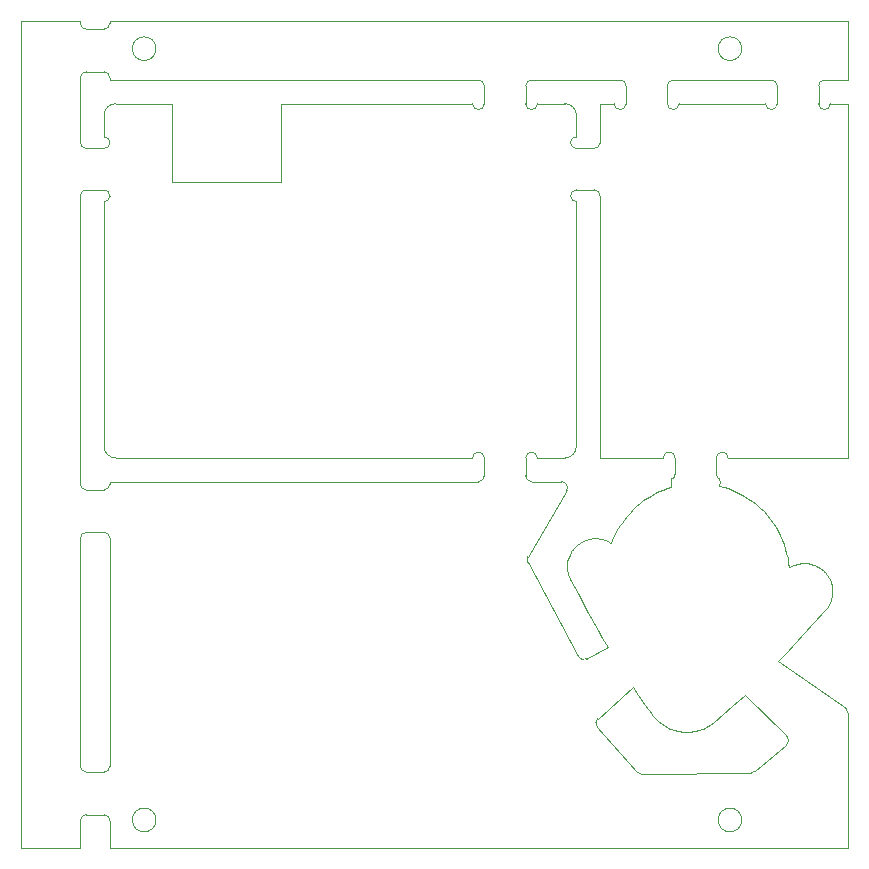
<source format=gbr>
%TF.GenerationSoftware,KiCad,Pcbnew,7.0.10*%
%TF.CreationDate,2024-04-07T01:49:58-04:00*%
%TF.ProjectId,pixie-rev-4,70697869-652d-4726-9576-2d342e6b6963,rev?*%
%TF.SameCoordinates,Original*%
%TF.FileFunction,Profile,NP*%
%FSLAX46Y46*%
G04 Gerber Fmt 4.6, Leading zero omitted, Abs format (unit mm)*
G04 Created by KiCad (PCBNEW 7.0.10) date 2024-04-07 01:49:58*
%MOMM*%
%LPD*%
G01*
G04 APERTURE LIST*
%TA.AperFunction,Profile*%
%ADD10C,0.100000*%
%TD*%
G04 APERTURE END LIST*
D10*
X135891142Y-108358043D02*
X139161371Y-102751935D01*
X143200000Y-70000000D02*
X142000000Y-70000000D01*
X139000000Y-100000000D02*
G75*
G03*
X140000000Y-99000000I0J1000000D01*
G01*
X140000000Y-77300000D02*
X141500000Y-77300000D01*
X101000000Y-70000000D02*
X105760000Y-70000000D01*
X104400000Y-130650000D02*
G75*
G03*
X102400000Y-130650000I-1000000J0D01*
G01*
X102400000Y-130650000D02*
G75*
G03*
X104400000Y-130650000I1000000J0D01*
G01*
X100000000Y-126600000D02*
G75*
G03*
X100500000Y-126100000I0J500000D01*
G01*
X115000000Y-76650000D02*
X115000000Y-70000000D01*
X98000000Y-133000000D02*
X93000000Y-133000000D01*
X98500000Y-130200000D02*
G75*
G03*
X98000000Y-130700000I0J-500000D01*
G01*
X157000000Y-70000000D02*
X157000000Y-68500000D01*
X157780911Y-124303545D02*
G75*
G03*
X157809383Y-123565228I-322511J382145D01*
G01*
X145098549Y-126576598D02*
G75*
G03*
X145480218Y-126747639I376551J328898D01*
G01*
X148350000Y-100000000D02*
X148350000Y-101385016D01*
X142000000Y-100000000D02*
X142000000Y-77800000D01*
X154820154Y-126651851D02*
G75*
G03*
X155137461Y-126534016I-5054J499751D01*
G01*
X100500000Y-102000000D02*
X131700000Y-102000000D01*
X100500000Y-107000000D02*
X100500000Y-126100000D01*
X100000000Y-63700000D02*
G75*
G03*
X100500000Y-63200000I0J500000D01*
G01*
X161000000Y-68000000D02*
X163000000Y-68000000D01*
X104400000Y-65350000D02*
G75*
G03*
X102400000Y-65350000I-1000000J0D01*
G01*
X102400000Y-65350000D02*
G75*
G03*
X104400000Y-65350000I1000000J0D01*
G01*
X100500000Y-73300000D02*
G75*
G03*
X100000000Y-72800000I-500000J0D01*
G01*
X100500000Y-106800000D02*
G75*
G03*
X100000000Y-106300000I-500000J0D01*
G01*
X148200000Y-68000000D02*
G75*
G03*
X147700000Y-68500000I0J-500000D01*
G01*
X100000000Y-79000000D02*
X100000000Y-79000000D01*
X131200000Y-70000000D02*
X115000000Y-70000000D01*
X100500000Y-68000000D02*
X100500000Y-67800000D01*
X139161385Y-102751943D02*
G75*
G03*
X138729482Y-102000000I-431885J251943D01*
G01*
X148200000Y-68000000D02*
X156500000Y-68000000D01*
X139500000Y-73300000D02*
G75*
G03*
X140000000Y-73800000I500000J0D01*
G01*
X100000000Y-67300000D02*
X98500000Y-67300000D01*
X132200000Y-70000000D02*
X132200000Y-68500000D01*
X100000000Y-63700000D02*
X98500000Y-63700000D01*
X161500000Y-70000000D02*
X163000000Y-70000000D01*
X139000000Y-100000000D02*
X136700000Y-100000000D01*
X100000000Y-78300000D02*
G75*
G03*
X100500000Y-77800000I0J500000D01*
G01*
X141816425Y-122070432D02*
G75*
G03*
X141774229Y-122771157I334375J-371768D01*
G01*
X139000000Y-70000000D02*
X136700000Y-70000000D01*
X131200000Y-70000000D02*
G75*
G03*
X132200000Y-70000000I500000J0D01*
G01*
X163000000Y-63000000D02*
X100500000Y-63000000D01*
X98000000Y-130700000D02*
X98000000Y-133000000D01*
X154820154Y-126651845D02*
X145480218Y-126747639D01*
X142000000Y-77800000D02*
G75*
G03*
X141500000Y-77300000I-500000J0D01*
G01*
X157780941Y-124303581D02*
X155137462Y-126534017D01*
X98000000Y-67800000D02*
X98000000Y-73300000D01*
X140160564Y-116804597D02*
X135882632Y-108846724D01*
X100000000Y-78300000D02*
X100000000Y-99000000D01*
X105760000Y-70000000D02*
X105760000Y-76650000D01*
X156000000Y-70000000D02*
X148700000Y-70000000D01*
X105760000Y-76650000D02*
X115000000Y-76650000D01*
X100000000Y-126600000D02*
X98500000Y-126600000D01*
X100500000Y-63000000D02*
X100500000Y-63200000D01*
X156000000Y-70000000D02*
G75*
G03*
X157000000Y-70000000I500000J0D01*
G01*
X135700000Y-100000000D02*
X135700000Y-101500000D01*
X100000000Y-130200000D02*
X98500000Y-130200000D01*
X152105365Y-101755365D02*
X151923223Y-101573223D01*
X152173749Y-101981234D02*
G75*
G03*
X152105365Y-101755365I-245249J49034D01*
G01*
X145098534Y-126576611D02*
X141774229Y-122771157D01*
X144200000Y-68500000D02*
G75*
G03*
X143700000Y-68000000I-500000J0D01*
G01*
X100000000Y-73800000D02*
G75*
G03*
X100500000Y-73300000I0J500000D01*
G01*
X154000000Y-65350000D02*
G75*
G03*
X152000000Y-65350000I-1000000J0D01*
G01*
X152000000Y-65350000D02*
G75*
G03*
X154000000Y-65350000I1000000J0D01*
G01*
X157000000Y-68500000D02*
G75*
G03*
X156500000Y-68000000I-500000J0D01*
G01*
X147350000Y-100000000D02*
X143200000Y-100000000D01*
X100500000Y-77800000D02*
X100500000Y-77800000D01*
X100500000Y-130700000D02*
G75*
G03*
X100000000Y-130200000I-500000J0D01*
G01*
X138729482Y-102000000D02*
X136200000Y-102000000D01*
X98000000Y-63000000D02*
X98000000Y-63200000D01*
X142000000Y-73300000D02*
X142000000Y-70000000D01*
X140000000Y-72800000D02*
G75*
G03*
X139500000Y-73300000I0J-500000D01*
G01*
X152850000Y-100000000D02*
X163000000Y-100000000D01*
X160500000Y-70000000D02*
X160500000Y-68500000D01*
X98500000Y-106300000D02*
G75*
G03*
X98000000Y-106800000I0J-500000D01*
G01*
X100500000Y-107000000D02*
X100500000Y-106800000D01*
X135700000Y-70000000D02*
X135700000Y-68500000D01*
X140160592Y-116804582D02*
G75*
G03*
X140842670Y-117005545I440408J236782D01*
G01*
X100000000Y-73800000D02*
X98500000Y-73800000D01*
X140000000Y-71000000D02*
G75*
G03*
X139000000Y-70000000I-1000000J0D01*
G01*
X161000000Y-68000000D02*
G75*
G03*
X160500000Y-68500000I0J-500000D01*
G01*
X98000000Y-63200000D02*
G75*
G03*
X98500000Y-63700000I500000J0D01*
G01*
X98000000Y-77800000D02*
X98000000Y-102200000D01*
X98000000Y-126100000D02*
G75*
G03*
X98500000Y-126600000I500000J0D01*
G01*
X141500000Y-73800000D02*
G75*
G03*
X142000000Y-73300000I0J500000D01*
G01*
X93000000Y-133000000D02*
X93000000Y-63000000D01*
X143700000Y-68000000D02*
X136200000Y-68000000D01*
X98000000Y-106800000D02*
X98000000Y-107000000D01*
X100000000Y-77300000D02*
X98500000Y-77300000D01*
X93000000Y-63000000D02*
X98000000Y-63000000D01*
X100500000Y-130700000D02*
X100500000Y-133000000D01*
X154236577Y-120045867D02*
X157809384Y-123565227D01*
X142672458Y-115995090D02*
X140842670Y-117005546D01*
X98500000Y-77300000D02*
G75*
G03*
X98000000Y-77800000I0J-500000D01*
G01*
X132200000Y-100000000D02*
G75*
G03*
X131200000Y-100000000I-500000J0D01*
G01*
X151849980Y-101396447D02*
G75*
G03*
X151923224Y-101573222I249820J-53D01*
G01*
X144200000Y-70000000D02*
X144200000Y-68500000D01*
X100000000Y-102700000D02*
X98500000Y-102700000D01*
X147700000Y-70000000D02*
X147700000Y-68500000D01*
X160500000Y-70000000D02*
G75*
G03*
X161500000Y-70000000I500000J0D01*
G01*
X141816436Y-122070445D02*
X144758423Y-119424558D01*
X100000000Y-102700000D02*
G75*
G03*
X100500000Y-102200000I0J500000D01*
G01*
X139500000Y-77800000D02*
G75*
G03*
X140000000Y-78300000I500000J0D01*
G01*
X163000000Y-70000000D02*
X163000000Y-100000000D01*
X131700000Y-68000000D02*
X100500000Y-68000000D01*
X100500000Y-102000000D02*
X100500000Y-102200000D01*
X140000000Y-99000000D02*
X140000000Y-78300000D01*
X140000000Y-72800000D02*
X140000000Y-71000000D01*
X154000000Y-130650000D02*
G75*
G03*
X152000000Y-130650000I-1000000J0D01*
G01*
X152000000Y-130650000D02*
G75*
G03*
X154000000Y-130650000I1000000J0D01*
G01*
X135891159Y-108358053D02*
G75*
G03*
X135882632Y-108846724I431941J-251947D01*
G01*
X147700000Y-70000000D02*
G75*
G03*
X148700000Y-70000000I500000J0D01*
G01*
X132200000Y-68500000D02*
G75*
G03*
X131700000Y-68000000I-500000J0D01*
G01*
X151850000Y-100000000D02*
X151850000Y-101396447D01*
X98500000Y-67300000D02*
G75*
G03*
X98000000Y-67800000I0J-500000D01*
G01*
X135700000Y-101500000D02*
G75*
G03*
X136200000Y-102000000I500000J0D01*
G01*
X148091934Y-101721173D02*
G75*
G03*
X148004846Y-101921005I162766J-189827D01*
G01*
X162999942Y-121611217D02*
G75*
G03*
X162785584Y-121200802I-500042J17D01*
G01*
X132200000Y-100000000D02*
X132200000Y-101500000D01*
X143200000Y-70000000D02*
G75*
G03*
X144200000Y-70000000I500000J0D01*
G01*
X148350000Y-100000000D02*
G75*
G03*
X147350000Y-100000000I-500000J0D01*
G01*
X100000000Y-99000000D02*
G75*
G03*
X101000000Y-100000000I1000000J0D01*
G01*
X148262690Y-101574821D02*
G75*
G03*
X148350000Y-101385016I-162690J189821D01*
G01*
X135700000Y-70000000D02*
G75*
G03*
X136700000Y-70000000I500000J0D01*
G01*
X148091947Y-101721188D02*
X148262698Y-101574830D01*
X98000000Y-107000000D02*
X98000000Y-126100000D01*
X100500000Y-67800000D02*
G75*
G03*
X100000000Y-67300000I-500000J0D01*
G01*
X157074065Y-117226501D02*
X162785584Y-121200801D01*
X100000000Y-71000000D02*
X100000000Y-72800000D01*
X136700000Y-100000000D02*
G75*
G03*
X135700000Y-100000000I-500000J0D01*
G01*
X131200000Y-100000000D02*
X101000000Y-100000000D01*
X98000000Y-73300000D02*
G75*
G03*
X98500000Y-73800000I500000J0D01*
G01*
X136200000Y-68000000D02*
G75*
G03*
X135700000Y-68500000I0J-500000D01*
G01*
X100000000Y-106300000D02*
X98500000Y-106300000D01*
X131700000Y-102000000D02*
G75*
G03*
X132200000Y-101500000I0J500000D01*
G01*
X152850000Y-100000000D02*
G75*
G03*
X151850000Y-100000000I-500000J0D01*
G01*
X140000000Y-73800000D02*
X141500000Y-73800000D01*
X163000000Y-121611217D02*
X163000000Y-133000000D01*
X152099639Y-102351186D02*
X152173722Y-101981229D01*
X98000000Y-102200000D02*
G75*
G03*
X98500000Y-102700000I500000J0D01*
G01*
X163000000Y-133000000D02*
X100500000Y-133000000D01*
X143200000Y-100000000D02*
X142000000Y-100000000D01*
X101000000Y-70000000D02*
G75*
G03*
X100000000Y-71000000I0J-1000000D01*
G01*
X163000000Y-68000000D02*
X163000000Y-63000000D01*
X100500000Y-77800000D02*
G75*
G03*
X100000000Y-77300000I-500000J0D01*
G01*
X148025737Y-102442711D02*
X148004846Y-101921005D01*
X140000000Y-77300000D02*
G75*
G03*
X139500000Y-77800000I0J-500000D01*
G01*
%TO.C,REF\u002A\u002A*%
X139197240Y-109122848D02*
X139210161Y-108927850D01*
X139200648Y-109318685D02*
X139197240Y-109122848D01*
X139210161Y-108927850D02*
X139239236Y-108734753D01*
X139220558Y-109514300D02*
X139200648Y-109318685D01*
X139239236Y-108734753D02*
X139284295Y-108544614D01*
X139257140Y-109708630D02*
X139220558Y-109514300D01*
X139281736Y-109804983D02*
X139257140Y-109708630D01*
X139284295Y-108544614D02*
X139345165Y-108358496D01*
X139310569Y-109900618D02*
X139281736Y-109804983D01*
X139343654Y-109995402D02*
X139310569Y-109900618D01*
X139345165Y-108358496D02*
X139421671Y-108177458D01*
X139381016Y-110089203D02*
X139343654Y-109995402D01*
X139421671Y-108177458D02*
X139513643Y-108002565D01*
X139422676Y-110181888D02*
X139381016Y-110089203D01*
X139468654Y-110273324D02*
X139422676Y-110181888D01*
X139513643Y-108002565D02*
X139565375Y-107917751D01*
X139565375Y-107917751D02*
X139620907Y-107834869D01*
X139620907Y-107834869D02*
X139680218Y-107754056D01*
X139680218Y-107754056D02*
X139743290Y-107675439D01*
X139743290Y-107675439D02*
X139810099Y-107599155D01*
X139810099Y-107599155D02*
X139880620Y-107525333D01*
X139880620Y-107525333D02*
X139954838Y-107454109D01*
X139954838Y-107454109D02*
X140032728Y-107385610D01*
X140032728Y-107385610D02*
X140110352Y-107320446D01*
X140110352Y-107320446D02*
X140190026Y-107259130D01*
X140184005Y-111615890D02*
X139468654Y-110273324D01*
X140190026Y-107259130D02*
X140271624Y-107201664D01*
X140271624Y-107201664D02*
X140355033Y-107148053D01*
X140355033Y-107148053D02*
X140440122Y-107098294D01*
X140440122Y-107098294D02*
X140526773Y-107052392D01*
X140526773Y-107052392D02*
X140614862Y-107010345D01*
X140614862Y-107010345D02*
X140704273Y-106972157D01*
X140704273Y-106972157D02*
X140794878Y-106937832D01*
X140794878Y-106937832D02*
X140886557Y-106907364D01*
X140886557Y-106907364D02*
X140979189Y-106880762D01*
X140918661Y-112952239D02*
X140184005Y-111615890D01*
X140979189Y-106880762D02*
X141072653Y-106858025D01*
X141072653Y-106858025D02*
X141166824Y-106839153D01*
X141166824Y-106839153D02*
X141261584Y-106824149D01*
X141261584Y-106824149D02*
X141356811Y-106813014D01*
X141356811Y-106813014D02*
X141452379Y-106805751D01*
X141452379Y-106805751D02*
X141548170Y-106802359D01*
X141548170Y-106802359D02*
X141644061Y-106802843D01*
X141644061Y-106802843D02*
X141739929Y-106807201D01*
X141739929Y-106807201D02*
X141835657Y-106815436D01*
X141835657Y-106815436D02*
X141931118Y-106827550D01*
X141838601Y-114579636D02*
X140918661Y-112952239D01*
X141931118Y-106827550D02*
X142026191Y-106843545D01*
X142026191Y-106843545D02*
X142120756Y-106863421D01*
X142120756Y-106863421D02*
X142214692Y-106887179D01*
X142195161Y-115234950D02*
X141838601Y-114579636D01*
X142195161Y-115234950D02*
X142672458Y-115995090D01*
X142214692Y-106887179D02*
X142307875Y-106914822D01*
X142307875Y-106914822D02*
X142400183Y-106946354D01*
X142400183Y-106946354D02*
X142491496Y-106981770D01*
X142491496Y-106981770D02*
X142581691Y-107021076D01*
X142581691Y-107021076D02*
X142670647Y-107064274D01*
X142670647Y-107064274D02*
X142758240Y-107111365D01*
X142758240Y-107111365D02*
X142844351Y-107162349D01*
X142844351Y-107162349D02*
X142928859Y-107217229D01*
X142928859Y-107217229D02*
X143028325Y-106959217D01*
X143028325Y-106959217D02*
X143137361Y-106703276D01*
X143137361Y-106703276D02*
X143256065Y-106449902D01*
X143256065Y-106449902D02*
X143384537Y-106199585D01*
X143384537Y-106199585D02*
X143522872Y-105952818D01*
X143522872Y-105952818D02*
X143671176Y-105710098D01*
X143671176Y-105710098D02*
X143829541Y-105471919D01*
X143829541Y-105471919D02*
X143998071Y-105238767D01*
X143998071Y-105238767D02*
X144246208Y-104924774D01*
X144246208Y-104924774D02*
X144507132Y-104626908D01*
X144507132Y-104626908D02*
X144780158Y-104345271D01*
X144780158Y-104345271D02*
X145064600Y-104079956D01*
X145064600Y-104079956D02*
X145359780Y-103831062D01*
X145214845Y-120065627D02*
X144758423Y-119424558D01*
X145359780Y-103831062D02*
X145665011Y-103598687D01*
X145665011Y-103598687D02*
X145979613Y-103382924D01*
X145802444Y-120918063D02*
X145214845Y-120065627D01*
X145979613Y-103382924D02*
X146302899Y-103183877D01*
X146302899Y-103183877D02*
X146634192Y-103001635D01*
X146380643Y-121714731D02*
X145802444Y-120918063D01*
X146397483Y-121731568D02*
X146380643Y-121714731D01*
X146475209Y-121831395D02*
X146397483Y-121731568D01*
X146556785Y-121928758D02*
X146475209Y-121831395D01*
X146634192Y-103001635D02*
X146972803Y-102836303D01*
X146642111Y-122023552D02*
X146556785Y-121928758D01*
X146731086Y-122115684D02*
X146642111Y-122023552D01*
X146823610Y-122205053D02*
X146731086Y-122115684D01*
X146919591Y-122291564D02*
X146823610Y-122205053D01*
X146972803Y-102836303D02*
X147318054Y-102687973D01*
X147018926Y-122375112D02*
X146919591Y-122291564D01*
X147121516Y-122455602D02*
X147018926Y-122375112D01*
X147250087Y-122547998D02*
X147121516Y-122455602D01*
X147318054Y-102687973D02*
X147669260Y-102556743D01*
X147381514Y-122634184D02*
X147250087Y-122547998D01*
X147515600Y-122714168D02*
X147381514Y-122634184D01*
X147652143Y-122787955D02*
X147515600Y-122714168D01*
X147669260Y-102556743D02*
X148025737Y-102442711D01*
X147790943Y-122855550D02*
X147652143Y-122787955D01*
X147931798Y-122916961D02*
X147790943Y-122855550D01*
X148074510Y-122972193D02*
X147931798Y-122916961D01*
X148218879Y-123021252D02*
X148074510Y-122972193D01*
X148364702Y-123064146D02*
X148218879Y-123021252D01*
X148511778Y-123100878D02*
X148364702Y-123064146D01*
X148659913Y-123131459D02*
X148511778Y-123100878D01*
X148808899Y-123155891D02*
X148659913Y-123131459D01*
X148958538Y-123174181D02*
X148808899Y-123155891D01*
X149108633Y-123186335D02*
X148958538Y-123174181D01*
X149258977Y-123192360D02*
X149108633Y-123186335D01*
X149409377Y-123192263D02*
X149258977Y-123192360D01*
X149559628Y-123186049D02*
X149409377Y-123192263D01*
X149709526Y-123173722D02*
X149559628Y-123186049D01*
X149858883Y-123155293D02*
X149709526Y-123173722D01*
X150007486Y-123130766D02*
X149858883Y-123155293D01*
X150155142Y-123100144D02*
X150007486Y-123130766D01*
X150301646Y-123063438D02*
X150155142Y-123100144D01*
X150446800Y-123020651D02*
X150301646Y-123063438D01*
X150590403Y-122971790D02*
X150446800Y-123020651D01*
X150732255Y-122916862D02*
X150590403Y-122971790D01*
X150872156Y-122855874D02*
X150732255Y-122916862D01*
X151009904Y-122788830D02*
X150872156Y-122855874D01*
X151145301Y-122715734D02*
X151009904Y-122788830D01*
X151278142Y-122636598D02*
X151145301Y-122715734D01*
X151408233Y-122551425D02*
X151278142Y-122636598D01*
X151535369Y-122460223D02*
X151408233Y-122551425D01*
X151659350Y-122362993D02*
X151535369Y-122460223D01*
X151667770Y-122354575D02*
X151659350Y-122362993D01*
X152099639Y-102351186D02*
X152466114Y-102451100D01*
X152466114Y-102451100D02*
X152828985Y-102569476D01*
X152828985Y-102569476D02*
X153187564Y-102706411D01*
X153186871Y-121026610D02*
X151667770Y-122354575D01*
X153187564Y-102706411D02*
X153541178Y-102861997D01*
X153541178Y-102861997D02*
X153889133Y-103036336D01*
X153889133Y-103036336D02*
X154230752Y-103229525D01*
X154230752Y-103229525D02*
X154565350Y-103441657D01*
X154236577Y-120045867D02*
X153186871Y-121026610D01*
X154565350Y-103441657D02*
X154892243Y-103672835D01*
X154892243Y-103672835D02*
X155230139Y-103939562D01*
X155230139Y-103939562D02*
X155549188Y-104221385D01*
X155549188Y-104221385D02*
X155849296Y-104517414D01*
X155849296Y-104517414D02*
X156130363Y-104826763D01*
X156130363Y-104826763D02*
X156392289Y-105148542D01*
X156392289Y-105148542D02*
X156634975Y-105481865D01*
X156634975Y-105481865D02*
X156858326Y-105825843D01*
X156858326Y-105825843D02*
X157062238Y-106179590D01*
X157062238Y-106179590D02*
X157246617Y-106542215D01*
X157246617Y-106542215D02*
X157411364Y-106912830D01*
X157411364Y-106912830D02*
X157556376Y-107290551D01*
X157556376Y-107290551D02*
X157681561Y-107674486D01*
X157681561Y-107674486D02*
X157786812Y-108063751D01*
X157756805Y-116488642D02*
X157074065Y-117226501D01*
X157786812Y-108063751D02*
X157872040Y-108457451D01*
X157872040Y-108457451D02*
X157937139Y-108854708D01*
X157937139Y-108854708D02*
X157982011Y-109254627D01*
X157982011Y-109254627D02*
X158386123Y-109086248D01*
X158386123Y-109086248D02*
X158534128Y-109030083D01*
X158534128Y-109030083D02*
X158684191Y-108984609D01*
X158684191Y-108984609D02*
X158835811Y-108949670D01*
X158835811Y-108949670D02*
X158988476Y-108925101D01*
X158988476Y-108925101D02*
X159141686Y-108910744D01*
X159141686Y-108910744D02*
X159294932Y-108906438D01*
X159294932Y-108906438D02*
X159447708Y-108912023D01*
X159447708Y-108912023D02*
X159599512Y-108927337D01*
X159599512Y-108927337D02*
X159749835Y-108952222D01*
X159749835Y-108952222D02*
X159898170Y-108986519D01*
X159898170Y-108986519D02*
X160044019Y-109030061D01*
X160044019Y-109030061D02*
X160186868Y-109082694D01*
X160064135Y-113996095D02*
X157756805Y-116488642D01*
X160186868Y-109082694D02*
X160326214Y-109144256D01*
X160326214Y-109144256D02*
X160461554Y-109214586D01*
X160461554Y-109214586D02*
X160592378Y-109293525D01*
X160592378Y-109293525D02*
X160718185Y-109380912D01*
X160718185Y-109380912D02*
X160754104Y-109408138D01*
X160754104Y-109408138D02*
X160789270Y-109436144D01*
X160789270Y-109436144D02*
X160823720Y-109464913D01*
X160823720Y-109464913D02*
X160857491Y-109494436D01*
X160857491Y-109494436D02*
X160923150Y-109555688D01*
X160923150Y-109555688D02*
X160986539Y-109619800D01*
X160986539Y-109619800D02*
X161047955Y-109686677D01*
X161047955Y-109686677D02*
X161107694Y-109756214D01*
X161080202Y-112857954D02*
X160064135Y-113996095D01*
X161107694Y-109756214D02*
X161166052Y-109828317D01*
X161146894Y-112778702D02*
X161080202Y-112857954D01*
X161166052Y-109828317D02*
X161223323Y-109902889D01*
X161209635Y-112697310D02*
X161146894Y-112778702D01*
X161223323Y-109902889D02*
X161282027Y-109988257D01*
X161268416Y-112613909D02*
X161209635Y-112697310D01*
X161282027Y-109988257D02*
X161336591Y-110075370D01*
X161323233Y-112528626D02*
X161268416Y-112613909D01*
X161336591Y-110075370D02*
X161387028Y-110164100D01*
X161374079Y-112441594D02*
X161323233Y-112528626D01*
X161387028Y-110164100D02*
X161433338Y-110254316D01*
X161420947Y-112352937D02*
X161374079Y-112441594D01*
X161433338Y-110254316D02*
X161475529Y-110345887D01*
X161463834Y-112262789D02*
X161420947Y-112352937D01*
X161475529Y-110345887D02*
X161513606Y-110438685D01*
X161502730Y-112171279D02*
X161463834Y-112262789D01*
X161513606Y-110438685D02*
X161547576Y-110532584D01*
X161537630Y-112078536D02*
X161502730Y-112171279D01*
X161547576Y-110532584D02*
X161577447Y-110627448D01*
X161568526Y-111984690D02*
X161537630Y-112078536D01*
X161577447Y-110627448D02*
X161603224Y-110723151D01*
X161595415Y-111889869D02*
X161568526Y-111984690D01*
X161603224Y-110723151D02*
X161624910Y-110819564D01*
X161618292Y-111794201D02*
X161595415Y-111889869D01*
X161624910Y-110819564D02*
X161642517Y-110916555D01*
X161637149Y-111697821D02*
X161618292Y-111794201D01*
X161642517Y-110916555D02*
X161656047Y-111013997D01*
X161651977Y-111600851D02*
X161637149Y-111697821D01*
X161656047Y-111013997D02*
X161665506Y-111111761D01*
X161662773Y-111503428D02*
X161651977Y-111600851D01*
X161665506Y-111111761D02*
X161670904Y-111209714D01*
X161669529Y-111405677D02*
X161662773Y-111503428D01*
X161670904Y-111209714D02*
X161672243Y-111307730D01*
X161672243Y-111307730D02*
X161669529Y-111405677D01*
%TD*%
M02*

</source>
